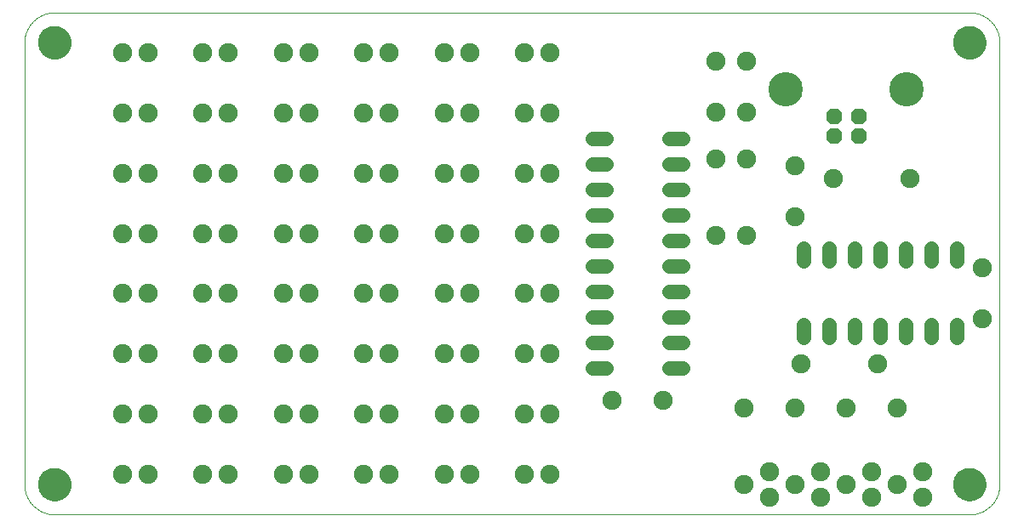
<source format=gbs>
G75*
%MOIN*%
%OFA0B0*%
%FSLAX25Y25*%
%IPPOS*%
%LPD*%
%AMOC8*
5,1,8,0,0,1.08239X$1,22.5*
%
%ADD10C,0.00000*%
%ADD11C,0.12998*%
%ADD12C,0.07487*%
%ADD13C,0.05600*%
%ADD14OC8,0.06140*%
%ADD15C,0.13455*%
D10*
X0016354Y0004543D02*
X0374622Y0004543D01*
X0368323Y0016354D02*
X0368325Y0016512D01*
X0368331Y0016670D01*
X0368341Y0016828D01*
X0368355Y0016986D01*
X0368373Y0017143D01*
X0368394Y0017300D01*
X0368420Y0017456D01*
X0368450Y0017612D01*
X0368483Y0017767D01*
X0368521Y0017920D01*
X0368562Y0018073D01*
X0368607Y0018225D01*
X0368656Y0018376D01*
X0368709Y0018525D01*
X0368765Y0018673D01*
X0368825Y0018819D01*
X0368889Y0018964D01*
X0368957Y0019107D01*
X0369028Y0019249D01*
X0369102Y0019389D01*
X0369180Y0019526D01*
X0369262Y0019662D01*
X0369346Y0019796D01*
X0369435Y0019927D01*
X0369526Y0020056D01*
X0369621Y0020183D01*
X0369718Y0020308D01*
X0369819Y0020430D01*
X0369923Y0020549D01*
X0370030Y0020666D01*
X0370140Y0020780D01*
X0370253Y0020891D01*
X0370368Y0021000D01*
X0370486Y0021105D01*
X0370607Y0021207D01*
X0370730Y0021307D01*
X0370856Y0021403D01*
X0370984Y0021496D01*
X0371114Y0021586D01*
X0371247Y0021672D01*
X0371382Y0021756D01*
X0371518Y0021835D01*
X0371657Y0021912D01*
X0371798Y0021984D01*
X0371940Y0022054D01*
X0372084Y0022119D01*
X0372230Y0022181D01*
X0372377Y0022239D01*
X0372526Y0022294D01*
X0372676Y0022345D01*
X0372827Y0022392D01*
X0372979Y0022435D01*
X0373132Y0022474D01*
X0373287Y0022510D01*
X0373442Y0022541D01*
X0373598Y0022569D01*
X0373754Y0022593D01*
X0373911Y0022613D01*
X0374069Y0022629D01*
X0374226Y0022641D01*
X0374385Y0022649D01*
X0374543Y0022653D01*
X0374701Y0022653D01*
X0374859Y0022649D01*
X0375018Y0022641D01*
X0375175Y0022629D01*
X0375333Y0022613D01*
X0375490Y0022593D01*
X0375646Y0022569D01*
X0375802Y0022541D01*
X0375957Y0022510D01*
X0376112Y0022474D01*
X0376265Y0022435D01*
X0376417Y0022392D01*
X0376568Y0022345D01*
X0376718Y0022294D01*
X0376867Y0022239D01*
X0377014Y0022181D01*
X0377160Y0022119D01*
X0377304Y0022054D01*
X0377446Y0021984D01*
X0377587Y0021912D01*
X0377726Y0021835D01*
X0377862Y0021756D01*
X0377997Y0021672D01*
X0378130Y0021586D01*
X0378260Y0021496D01*
X0378388Y0021403D01*
X0378514Y0021307D01*
X0378637Y0021207D01*
X0378758Y0021105D01*
X0378876Y0021000D01*
X0378991Y0020891D01*
X0379104Y0020780D01*
X0379214Y0020666D01*
X0379321Y0020549D01*
X0379425Y0020430D01*
X0379526Y0020308D01*
X0379623Y0020183D01*
X0379718Y0020056D01*
X0379809Y0019927D01*
X0379898Y0019796D01*
X0379982Y0019662D01*
X0380064Y0019526D01*
X0380142Y0019389D01*
X0380216Y0019249D01*
X0380287Y0019107D01*
X0380355Y0018964D01*
X0380419Y0018819D01*
X0380479Y0018673D01*
X0380535Y0018525D01*
X0380588Y0018376D01*
X0380637Y0018225D01*
X0380682Y0018073D01*
X0380723Y0017920D01*
X0380761Y0017767D01*
X0380794Y0017612D01*
X0380824Y0017456D01*
X0380850Y0017300D01*
X0380871Y0017143D01*
X0380889Y0016986D01*
X0380903Y0016828D01*
X0380913Y0016670D01*
X0380919Y0016512D01*
X0380921Y0016354D01*
X0380919Y0016196D01*
X0380913Y0016038D01*
X0380903Y0015880D01*
X0380889Y0015722D01*
X0380871Y0015565D01*
X0380850Y0015408D01*
X0380824Y0015252D01*
X0380794Y0015096D01*
X0380761Y0014941D01*
X0380723Y0014788D01*
X0380682Y0014635D01*
X0380637Y0014483D01*
X0380588Y0014332D01*
X0380535Y0014183D01*
X0380479Y0014035D01*
X0380419Y0013889D01*
X0380355Y0013744D01*
X0380287Y0013601D01*
X0380216Y0013459D01*
X0380142Y0013319D01*
X0380064Y0013182D01*
X0379982Y0013046D01*
X0379898Y0012912D01*
X0379809Y0012781D01*
X0379718Y0012652D01*
X0379623Y0012525D01*
X0379526Y0012400D01*
X0379425Y0012278D01*
X0379321Y0012159D01*
X0379214Y0012042D01*
X0379104Y0011928D01*
X0378991Y0011817D01*
X0378876Y0011708D01*
X0378758Y0011603D01*
X0378637Y0011501D01*
X0378514Y0011401D01*
X0378388Y0011305D01*
X0378260Y0011212D01*
X0378130Y0011122D01*
X0377997Y0011036D01*
X0377862Y0010952D01*
X0377726Y0010873D01*
X0377587Y0010796D01*
X0377446Y0010724D01*
X0377304Y0010654D01*
X0377160Y0010589D01*
X0377014Y0010527D01*
X0376867Y0010469D01*
X0376718Y0010414D01*
X0376568Y0010363D01*
X0376417Y0010316D01*
X0376265Y0010273D01*
X0376112Y0010234D01*
X0375957Y0010198D01*
X0375802Y0010167D01*
X0375646Y0010139D01*
X0375490Y0010115D01*
X0375333Y0010095D01*
X0375175Y0010079D01*
X0375018Y0010067D01*
X0374859Y0010059D01*
X0374701Y0010055D01*
X0374543Y0010055D01*
X0374385Y0010059D01*
X0374226Y0010067D01*
X0374069Y0010079D01*
X0373911Y0010095D01*
X0373754Y0010115D01*
X0373598Y0010139D01*
X0373442Y0010167D01*
X0373287Y0010198D01*
X0373132Y0010234D01*
X0372979Y0010273D01*
X0372827Y0010316D01*
X0372676Y0010363D01*
X0372526Y0010414D01*
X0372377Y0010469D01*
X0372230Y0010527D01*
X0372084Y0010589D01*
X0371940Y0010654D01*
X0371798Y0010724D01*
X0371657Y0010796D01*
X0371518Y0010873D01*
X0371382Y0010952D01*
X0371247Y0011036D01*
X0371114Y0011122D01*
X0370984Y0011212D01*
X0370856Y0011305D01*
X0370730Y0011401D01*
X0370607Y0011501D01*
X0370486Y0011603D01*
X0370368Y0011708D01*
X0370253Y0011817D01*
X0370140Y0011928D01*
X0370030Y0012042D01*
X0369923Y0012159D01*
X0369819Y0012278D01*
X0369718Y0012400D01*
X0369621Y0012525D01*
X0369526Y0012652D01*
X0369435Y0012781D01*
X0369346Y0012912D01*
X0369262Y0013046D01*
X0369180Y0013182D01*
X0369102Y0013319D01*
X0369028Y0013459D01*
X0368957Y0013601D01*
X0368889Y0013744D01*
X0368825Y0013889D01*
X0368765Y0014035D01*
X0368709Y0014183D01*
X0368656Y0014332D01*
X0368607Y0014483D01*
X0368562Y0014635D01*
X0368521Y0014788D01*
X0368483Y0014941D01*
X0368450Y0015096D01*
X0368420Y0015252D01*
X0368394Y0015408D01*
X0368373Y0015565D01*
X0368355Y0015722D01*
X0368341Y0015880D01*
X0368331Y0016038D01*
X0368325Y0016196D01*
X0368323Y0016354D01*
X0374622Y0004543D02*
X0374907Y0004546D01*
X0375193Y0004557D01*
X0375478Y0004574D01*
X0375762Y0004598D01*
X0376046Y0004629D01*
X0376329Y0004667D01*
X0376610Y0004712D01*
X0376891Y0004763D01*
X0377171Y0004821D01*
X0377449Y0004886D01*
X0377725Y0004958D01*
X0377999Y0005036D01*
X0378272Y0005121D01*
X0378542Y0005213D01*
X0378810Y0005311D01*
X0379076Y0005415D01*
X0379339Y0005526D01*
X0379599Y0005643D01*
X0379857Y0005766D01*
X0380111Y0005896D01*
X0380362Y0006032D01*
X0380610Y0006173D01*
X0380854Y0006321D01*
X0381095Y0006474D01*
X0381331Y0006634D01*
X0381564Y0006799D01*
X0381793Y0006969D01*
X0382018Y0007145D01*
X0382238Y0007327D01*
X0382454Y0007513D01*
X0382665Y0007705D01*
X0382872Y0007902D01*
X0383074Y0008104D01*
X0383271Y0008311D01*
X0383463Y0008522D01*
X0383649Y0008738D01*
X0383831Y0008958D01*
X0384007Y0009183D01*
X0384177Y0009412D01*
X0384342Y0009645D01*
X0384502Y0009881D01*
X0384655Y0010122D01*
X0384803Y0010366D01*
X0384944Y0010614D01*
X0385080Y0010865D01*
X0385210Y0011119D01*
X0385333Y0011377D01*
X0385450Y0011637D01*
X0385561Y0011900D01*
X0385665Y0012166D01*
X0385763Y0012434D01*
X0385855Y0012704D01*
X0385940Y0012977D01*
X0386018Y0013251D01*
X0386090Y0013527D01*
X0386155Y0013805D01*
X0386213Y0014085D01*
X0386264Y0014366D01*
X0386309Y0014647D01*
X0386347Y0014930D01*
X0386378Y0015214D01*
X0386402Y0015498D01*
X0386419Y0015783D01*
X0386430Y0016069D01*
X0386433Y0016354D01*
X0386433Y0189583D01*
X0368323Y0189583D02*
X0368325Y0189741D01*
X0368331Y0189899D01*
X0368341Y0190057D01*
X0368355Y0190215D01*
X0368373Y0190372D01*
X0368394Y0190529D01*
X0368420Y0190685D01*
X0368450Y0190841D01*
X0368483Y0190996D01*
X0368521Y0191149D01*
X0368562Y0191302D01*
X0368607Y0191454D01*
X0368656Y0191605D01*
X0368709Y0191754D01*
X0368765Y0191902D01*
X0368825Y0192048D01*
X0368889Y0192193D01*
X0368957Y0192336D01*
X0369028Y0192478D01*
X0369102Y0192618D01*
X0369180Y0192755D01*
X0369262Y0192891D01*
X0369346Y0193025D01*
X0369435Y0193156D01*
X0369526Y0193285D01*
X0369621Y0193412D01*
X0369718Y0193537D01*
X0369819Y0193659D01*
X0369923Y0193778D01*
X0370030Y0193895D01*
X0370140Y0194009D01*
X0370253Y0194120D01*
X0370368Y0194229D01*
X0370486Y0194334D01*
X0370607Y0194436D01*
X0370730Y0194536D01*
X0370856Y0194632D01*
X0370984Y0194725D01*
X0371114Y0194815D01*
X0371247Y0194901D01*
X0371382Y0194985D01*
X0371518Y0195064D01*
X0371657Y0195141D01*
X0371798Y0195213D01*
X0371940Y0195283D01*
X0372084Y0195348D01*
X0372230Y0195410D01*
X0372377Y0195468D01*
X0372526Y0195523D01*
X0372676Y0195574D01*
X0372827Y0195621D01*
X0372979Y0195664D01*
X0373132Y0195703D01*
X0373287Y0195739D01*
X0373442Y0195770D01*
X0373598Y0195798D01*
X0373754Y0195822D01*
X0373911Y0195842D01*
X0374069Y0195858D01*
X0374226Y0195870D01*
X0374385Y0195878D01*
X0374543Y0195882D01*
X0374701Y0195882D01*
X0374859Y0195878D01*
X0375018Y0195870D01*
X0375175Y0195858D01*
X0375333Y0195842D01*
X0375490Y0195822D01*
X0375646Y0195798D01*
X0375802Y0195770D01*
X0375957Y0195739D01*
X0376112Y0195703D01*
X0376265Y0195664D01*
X0376417Y0195621D01*
X0376568Y0195574D01*
X0376718Y0195523D01*
X0376867Y0195468D01*
X0377014Y0195410D01*
X0377160Y0195348D01*
X0377304Y0195283D01*
X0377446Y0195213D01*
X0377587Y0195141D01*
X0377726Y0195064D01*
X0377862Y0194985D01*
X0377997Y0194901D01*
X0378130Y0194815D01*
X0378260Y0194725D01*
X0378388Y0194632D01*
X0378514Y0194536D01*
X0378637Y0194436D01*
X0378758Y0194334D01*
X0378876Y0194229D01*
X0378991Y0194120D01*
X0379104Y0194009D01*
X0379214Y0193895D01*
X0379321Y0193778D01*
X0379425Y0193659D01*
X0379526Y0193537D01*
X0379623Y0193412D01*
X0379718Y0193285D01*
X0379809Y0193156D01*
X0379898Y0193025D01*
X0379982Y0192891D01*
X0380064Y0192755D01*
X0380142Y0192618D01*
X0380216Y0192478D01*
X0380287Y0192336D01*
X0380355Y0192193D01*
X0380419Y0192048D01*
X0380479Y0191902D01*
X0380535Y0191754D01*
X0380588Y0191605D01*
X0380637Y0191454D01*
X0380682Y0191302D01*
X0380723Y0191149D01*
X0380761Y0190996D01*
X0380794Y0190841D01*
X0380824Y0190685D01*
X0380850Y0190529D01*
X0380871Y0190372D01*
X0380889Y0190215D01*
X0380903Y0190057D01*
X0380913Y0189899D01*
X0380919Y0189741D01*
X0380921Y0189583D01*
X0380919Y0189425D01*
X0380913Y0189267D01*
X0380903Y0189109D01*
X0380889Y0188951D01*
X0380871Y0188794D01*
X0380850Y0188637D01*
X0380824Y0188481D01*
X0380794Y0188325D01*
X0380761Y0188170D01*
X0380723Y0188017D01*
X0380682Y0187864D01*
X0380637Y0187712D01*
X0380588Y0187561D01*
X0380535Y0187412D01*
X0380479Y0187264D01*
X0380419Y0187118D01*
X0380355Y0186973D01*
X0380287Y0186830D01*
X0380216Y0186688D01*
X0380142Y0186548D01*
X0380064Y0186411D01*
X0379982Y0186275D01*
X0379898Y0186141D01*
X0379809Y0186010D01*
X0379718Y0185881D01*
X0379623Y0185754D01*
X0379526Y0185629D01*
X0379425Y0185507D01*
X0379321Y0185388D01*
X0379214Y0185271D01*
X0379104Y0185157D01*
X0378991Y0185046D01*
X0378876Y0184937D01*
X0378758Y0184832D01*
X0378637Y0184730D01*
X0378514Y0184630D01*
X0378388Y0184534D01*
X0378260Y0184441D01*
X0378130Y0184351D01*
X0377997Y0184265D01*
X0377862Y0184181D01*
X0377726Y0184102D01*
X0377587Y0184025D01*
X0377446Y0183953D01*
X0377304Y0183883D01*
X0377160Y0183818D01*
X0377014Y0183756D01*
X0376867Y0183698D01*
X0376718Y0183643D01*
X0376568Y0183592D01*
X0376417Y0183545D01*
X0376265Y0183502D01*
X0376112Y0183463D01*
X0375957Y0183427D01*
X0375802Y0183396D01*
X0375646Y0183368D01*
X0375490Y0183344D01*
X0375333Y0183324D01*
X0375175Y0183308D01*
X0375018Y0183296D01*
X0374859Y0183288D01*
X0374701Y0183284D01*
X0374543Y0183284D01*
X0374385Y0183288D01*
X0374226Y0183296D01*
X0374069Y0183308D01*
X0373911Y0183324D01*
X0373754Y0183344D01*
X0373598Y0183368D01*
X0373442Y0183396D01*
X0373287Y0183427D01*
X0373132Y0183463D01*
X0372979Y0183502D01*
X0372827Y0183545D01*
X0372676Y0183592D01*
X0372526Y0183643D01*
X0372377Y0183698D01*
X0372230Y0183756D01*
X0372084Y0183818D01*
X0371940Y0183883D01*
X0371798Y0183953D01*
X0371657Y0184025D01*
X0371518Y0184102D01*
X0371382Y0184181D01*
X0371247Y0184265D01*
X0371114Y0184351D01*
X0370984Y0184441D01*
X0370856Y0184534D01*
X0370730Y0184630D01*
X0370607Y0184730D01*
X0370486Y0184832D01*
X0370368Y0184937D01*
X0370253Y0185046D01*
X0370140Y0185157D01*
X0370030Y0185271D01*
X0369923Y0185388D01*
X0369819Y0185507D01*
X0369718Y0185629D01*
X0369621Y0185754D01*
X0369526Y0185881D01*
X0369435Y0186010D01*
X0369346Y0186141D01*
X0369262Y0186275D01*
X0369180Y0186411D01*
X0369102Y0186548D01*
X0369028Y0186688D01*
X0368957Y0186830D01*
X0368889Y0186973D01*
X0368825Y0187118D01*
X0368765Y0187264D01*
X0368709Y0187412D01*
X0368656Y0187561D01*
X0368607Y0187712D01*
X0368562Y0187864D01*
X0368521Y0188017D01*
X0368483Y0188170D01*
X0368450Y0188325D01*
X0368420Y0188481D01*
X0368394Y0188637D01*
X0368373Y0188794D01*
X0368355Y0188951D01*
X0368341Y0189109D01*
X0368331Y0189267D01*
X0368325Y0189425D01*
X0368323Y0189583D01*
X0374622Y0201394D02*
X0374907Y0201391D01*
X0375193Y0201380D01*
X0375478Y0201363D01*
X0375762Y0201339D01*
X0376046Y0201308D01*
X0376329Y0201270D01*
X0376610Y0201225D01*
X0376891Y0201174D01*
X0377171Y0201116D01*
X0377449Y0201051D01*
X0377725Y0200979D01*
X0377999Y0200901D01*
X0378272Y0200816D01*
X0378542Y0200724D01*
X0378810Y0200626D01*
X0379076Y0200522D01*
X0379339Y0200411D01*
X0379599Y0200294D01*
X0379857Y0200171D01*
X0380111Y0200041D01*
X0380362Y0199905D01*
X0380610Y0199764D01*
X0380854Y0199616D01*
X0381095Y0199463D01*
X0381331Y0199303D01*
X0381564Y0199138D01*
X0381793Y0198968D01*
X0382018Y0198792D01*
X0382238Y0198610D01*
X0382454Y0198424D01*
X0382665Y0198232D01*
X0382872Y0198035D01*
X0383074Y0197833D01*
X0383271Y0197626D01*
X0383463Y0197415D01*
X0383649Y0197199D01*
X0383831Y0196979D01*
X0384007Y0196754D01*
X0384177Y0196525D01*
X0384342Y0196292D01*
X0384502Y0196056D01*
X0384655Y0195815D01*
X0384803Y0195571D01*
X0384944Y0195323D01*
X0385080Y0195072D01*
X0385210Y0194818D01*
X0385333Y0194560D01*
X0385450Y0194300D01*
X0385561Y0194037D01*
X0385665Y0193771D01*
X0385763Y0193503D01*
X0385855Y0193233D01*
X0385940Y0192960D01*
X0386018Y0192686D01*
X0386090Y0192410D01*
X0386155Y0192132D01*
X0386213Y0191852D01*
X0386264Y0191571D01*
X0386309Y0191290D01*
X0386347Y0191007D01*
X0386378Y0190723D01*
X0386402Y0190439D01*
X0386419Y0190154D01*
X0386430Y0189868D01*
X0386433Y0189583D01*
X0374622Y0201394D02*
X0016354Y0201394D01*
X0010055Y0189583D02*
X0010057Y0189741D01*
X0010063Y0189899D01*
X0010073Y0190057D01*
X0010087Y0190215D01*
X0010105Y0190372D01*
X0010126Y0190529D01*
X0010152Y0190685D01*
X0010182Y0190841D01*
X0010215Y0190996D01*
X0010253Y0191149D01*
X0010294Y0191302D01*
X0010339Y0191454D01*
X0010388Y0191605D01*
X0010441Y0191754D01*
X0010497Y0191902D01*
X0010557Y0192048D01*
X0010621Y0192193D01*
X0010689Y0192336D01*
X0010760Y0192478D01*
X0010834Y0192618D01*
X0010912Y0192755D01*
X0010994Y0192891D01*
X0011078Y0193025D01*
X0011167Y0193156D01*
X0011258Y0193285D01*
X0011353Y0193412D01*
X0011450Y0193537D01*
X0011551Y0193659D01*
X0011655Y0193778D01*
X0011762Y0193895D01*
X0011872Y0194009D01*
X0011985Y0194120D01*
X0012100Y0194229D01*
X0012218Y0194334D01*
X0012339Y0194436D01*
X0012462Y0194536D01*
X0012588Y0194632D01*
X0012716Y0194725D01*
X0012846Y0194815D01*
X0012979Y0194901D01*
X0013114Y0194985D01*
X0013250Y0195064D01*
X0013389Y0195141D01*
X0013530Y0195213D01*
X0013672Y0195283D01*
X0013816Y0195348D01*
X0013962Y0195410D01*
X0014109Y0195468D01*
X0014258Y0195523D01*
X0014408Y0195574D01*
X0014559Y0195621D01*
X0014711Y0195664D01*
X0014864Y0195703D01*
X0015019Y0195739D01*
X0015174Y0195770D01*
X0015330Y0195798D01*
X0015486Y0195822D01*
X0015643Y0195842D01*
X0015801Y0195858D01*
X0015958Y0195870D01*
X0016117Y0195878D01*
X0016275Y0195882D01*
X0016433Y0195882D01*
X0016591Y0195878D01*
X0016750Y0195870D01*
X0016907Y0195858D01*
X0017065Y0195842D01*
X0017222Y0195822D01*
X0017378Y0195798D01*
X0017534Y0195770D01*
X0017689Y0195739D01*
X0017844Y0195703D01*
X0017997Y0195664D01*
X0018149Y0195621D01*
X0018300Y0195574D01*
X0018450Y0195523D01*
X0018599Y0195468D01*
X0018746Y0195410D01*
X0018892Y0195348D01*
X0019036Y0195283D01*
X0019178Y0195213D01*
X0019319Y0195141D01*
X0019458Y0195064D01*
X0019594Y0194985D01*
X0019729Y0194901D01*
X0019862Y0194815D01*
X0019992Y0194725D01*
X0020120Y0194632D01*
X0020246Y0194536D01*
X0020369Y0194436D01*
X0020490Y0194334D01*
X0020608Y0194229D01*
X0020723Y0194120D01*
X0020836Y0194009D01*
X0020946Y0193895D01*
X0021053Y0193778D01*
X0021157Y0193659D01*
X0021258Y0193537D01*
X0021355Y0193412D01*
X0021450Y0193285D01*
X0021541Y0193156D01*
X0021630Y0193025D01*
X0021714Y0192891D01*
X0021796Y0192755D01*
X0021874Y0192618D01*
X0021948Y0192478D01*
X0022019Y0192336D01*
X0022087Y0192193D01*
X0022151Y0192048D01*
X0022211Y0191902D01*
X0022267Y0191754D01*
X0022320Y0191605D01*
X0022369Y0191454D01*
X0022414Y0191302D01*
X0022455Y0191149D01*
X0022493Y0190996D01*
X0022526Y0190841D01*
X0022556Y0190685D01*
X0022582Y0190529D01*
X0022603Y0190372D01*
X0022621Y0190215D01*
X0022635Y0190057D01*
X0022645Y0189899D01*
X0022651Y0189741D01*
X0022653Y0189583D01*
X0022651Y0189425D01*
X0022645Y0189267D01*
X0022635Y0189109D01*
X0022621Y0188951D01*
X0022603Y0188794D01*
X0022582Y0188637D01*
X0022556Y0188481D01*
X0022526Y0188325D01*
X0022493Y0188170D01*
X0022455Y0188017D01*
X0022414Y0187864D01*
X0022369Y0187712D01*
X0022320Y0187561D01*
X0022267Y0187412D01*
X0022211Y0187264D01*
X0022151Y0187118D01*
X0022087Y0186973D01*
X0022019Y0186830D01*
X0021948Y0186688D01*
X0021874Y0186548D01*
X0021796Y0186411D01*
X0021714Y0186275D01*
X0021630Y0186141D01*
X0021541Y0186010D01*
X0021450Y0185881D01*
X0021355Y0185754D01*
X0021258Y0185629D01*
X0021157Y0185507D01*
X0021053Y0185388D01*
X0020946Y0185271D01*
X0020836Y0185157D01*
X0020723Y0185046D01*
X0020608Y0184937D01*
X0020490Y0184832D01*
X0020369Y0184730D01*
X0020246Y0184630D01*
X0020120Y0184534D01*
X0019992Y0184441D01*
X0019862Y0184351D01*
X0019729Y0184265D01*
X0019594Y0184181D01*
X0019458Y0184102D01*
X0019319Y0184025D01*
X0019178Y0183953D01*
X0019036Y0183883D01*
X0018892Y0183818D01*
X0018746Y0183756D01*
X0018599Y0183698D01*
X0018450Y0183643D01*
X0018300Y0183592D01*
X0018149Y0183545D01*
X0017997Y0183502D01*
X0017844Y0183463D01*
X0017689Y0183427D01*
X0017534Y0183396D01*
X0017378Y0183368D01*
X0017222Y0183344D01*
X0017065Y0183324D01*
X0016907Y0183308D01*
X0016750Y0183296D01*
X0016591Y0183288D01*
X0016433Y0183284D01*
X0016275Y0183284D01*
X0016117Y0183288D01*
X0015958Y0183296D01*
X0015801Y0183308D01*
X0015643Y0183324D01*
X0015486Y0183344D01*
X0015330Y0183368D01*
X0015174Y0183396D01*
X0015019Y0183427D01*
X0014864Y0183463D01*
X0014711Y0183502D01*
X0014559Y0183545D01*
X0014408Y0183592D01*
X0014258Y0183643D01*
X0014109Y0183698D01*
X0013962Y0183756D01*
X0013816Y0183818D01*
X0013672Y0183883D01*
X0013530Y0183953D01*
X0013389Y0184025D01*
X0013250Y0184102D01*
X0013114Y0184181D01*
X0012979Y0184265D01*
X0012846Y0184351D01*
X0012716Y0184441D01*
X0012588Y0184534D01*
X0012462Y0184630D01*
X0012339Y0184730D01*
X0012218Y0184832D01*
X0012100Y0184937D01*
X0011985Y0185046D01*
X0011872Y0185157D01*
X0011762Y0185271D01*
X0011655Y0185388D01*
X0011551Y0185507D01*
X0011450Y0185629D01*
X0011353Y0185754D01*
X0011258Y0185881D01*
X0011167Y0186010D01*
X0011078Y0186141D01*
X0010994Y0186275D01*
X0010912Y0186411D01*
X0010834Y0186548D01*
X0010760Y0186688D01*
X0010689Y0186830D01*
X0010621Y0186973D01*
X0010557Y0187118D01*
X0010497Y0187264D01*
X0010441Y0187412D01*
X0010388Y0187561D01*
X0010339Y0187712D01*
X0010294Y0187864D01*
X0010253Y0188017D01*
X0010215Y0188170D01*
X0010182Y0188325D01*
X0010152Y0188481D01*
X0010126Y0188637D01*
X0010105Y0188794D01*
X0010087Y0188951D01*
X0010073Y0189109D01*
X0010063Y0189267D01*
X0010057Y0189425D01*
X0010055Y0189583D01*
X0004543Y0189583D02*
X0004543Y0016354D01*
X0010055Y0016354D02*
X0010057Y0016512D01*
X0010063Y0016670D01*
X0010073Y0016828D01*
X0010087Y0016986D01*
X0010105Y0017143D01*
X0010126Y0017300D01*
X0010152Y0017456D01*
X0010182Y0017612D01*
X0010215Y0017767D01*
X0010253Y0017920D01*
X0010294Y0018073D01*
X0010339Y0018225D01*
X0010388Y0018376D01*
X0010441Y0018525D01*
X0010497Y0018673D01*
X0010557Y0018819D01*
X0010621Y0018964D01*
X0010689Y0019107D01*
X0010760Y0019249D01*
X0010834Y0019389D01*
X0010912Y0019526D01*
X0010994Y0019662D01*
X0011078Y0019796D01*
X0011167Y0019927D01*
X0011258Y0020056D01*
X0011353Y0020183D01*
X0011450Y0020308D01*
X0011551Y0020430D01*
X0011655Y0020549D01*
X0011762Y0020666D01*
X0011872Y0020780D01*
X0011985Y0020891D01*
X0012100Y0021000D01*
X0012218Y0021105D01*
X0012339Y0021207D01*
X0012462Y0021307D01*
X0012588Y0021403D01*
X0012716Y0021496D01*
X0012846Y0021586D01*
X0012979Y0021672D01*
X0013114Y0021756D01*
X0013250Y0021835D01*
X0013389Y0021912D01*
X0013530Y0021984D01*
X0013672Y0022054D01*
X0013816Y0022119D01*
X0013962Y0022181D01*
X0014109Y0022239D01*
X0014258Y0022294D01*
X0014408Y0022345D01*
X0014559Y0022392D01*
X0014711Y0022435D01*
X0014864Y0022474D01*
X0015019Y0022510D01*
X0015174Y0022541D01*
X0015330Y0022569D01*
X0015486Y0022593D01*
X0015643Y0022613D01*
X0015801Y0022629D01*
X0015958Y0022641D01*
X0016117Y0022649D01*
X0016275Y0022653D01*
X0016433Y0022653D01*
X0016591Y0022649D01*
X0016750Y0022641D01*
X0016907Y0022629D01*
X0017065Y0022613D01*
X0017222Y0022593D01*
X0017378Y0022569D01*
X0017534Y0022541D01*
X0017689Y0022510D01*
X0017844Y0022474D01*
X0017997Y0022435D01*
X0018149Y0022392D01*
X0018300Y0022345D01*
X0018450Y0022294D01*
X0018599Y0022239D01*
X0018746Y0022181D01*
X0018892Y0022119D01*
X0019036Y0022054D01*
X0019178Y0021984D01*
X0019319Y0021912D01*
X0019458Y0021835D01*
X0019594Y0021756D01*
X0019729Y0021672D01*
X0019862Y0021586D01*
X0019992Y0021496D01*
X0020120Y0021403D01*
X0020246Y0021307D01*
X0020369Y0021207D01*
X0020490Y0021105D01*
X0020608Y0021000D01*
X0020723Y0020891D01*
X0020836Y0020780D01*
X0020946Y0020666D01*
X0021053Y0020549D01*
X0021157Y0020430D01*
X0021258Y0020308D01*
X0021355Y0020183D01*
X0021450Y0020056D01*
X0021541Y0019927D01*
X0021630Y0019796D01*
X0021714Y0019662D01*
X0021796Y0019526D01*
X0021874Y0019389D01*
X0021948Y0019249D01*
X0022019Y0019107D01*
X0022087Y0018964D01*
X0022151Y0018819D01*
X0022211Y0018673D01*
X0022267Y0018525D01*
X0022320Y0018376D01*
X0022369Y0018225D01*
X0022414Y0018073D01*
X0022455Y0017920D01*
X0022493Y0017767D01*
X0022526Y0017612D01*
X0022556Y0017456D01*
X0022582Y0017300D01*
X0022603Y0017143D01*
X0022621Y0016986D01*
X0022635Y0016828D01*
X0022645Y0016670D01*
X0022651Y0016512D01*
X0022653Y0016354D01*
X0022651Y0016196D01*
X0022645Y0016038D01*
X0022635Y0015880D01*
X0022621Y0015722D01*
X0022603Y0015565D01*
X0022582Y0015408D01*
X0022556Y0015252D01*
X0022526Y0015096D01*
X0022493Y0014941D01*
X0022455Y0014788D01*
X0022414Y0014635D01*
X0022369Y0014483D01*
X0022320Y0014332D01*
X0022267Y0014183D01*
X0022211Y0014035D01*
X0022151Y0013889D01*
X0022087Y0013744D01*
X0022019Y0013601D01*
X0021948Y0013459D01*
X0021874Y0013319D01*
X0021796Y0013182D01*
X0021714Y0013046D01*
X0021630Y0012912D01*
X0021541Y0012781D01*
X0021450Y0012652D01*
X0021355Y0012525D01*
X0021258Y0012400D01*
X0021157Y0012278D01*
X0021053Y0012159D01*
X0020946Y0012042D01*
X0020836Y0011928D01*
X0020723Y0011817D01*
X0020608Y0011708D01*
X0020490Y0011603D01*
X0020369Y0011501D01*
X0020246Y0011401D01*
X0020120Y0011305D01*
X0019992Y0011212D01*
X0019862Y0011122D01*
X0019729Y0011036D01*
X0019594Y0010952D01*
X0019458Y0010873D01*
X0019319Y0010796D01*
X0019178Y0010724D01*
X0019036Y0010654D01*
X0018892Y0010589D01*
X0018746Y0010527D01*
X0018599Y0010469D01*
X0018450Y0010414D01*
X0018300Y0010363D01*
X0018149Y0010316D01*
X0017997Y0010273D01*
X0017844Y0010234D01*
X0017689Y0010198D01*
X0017534Y0010167D01*
X0017378Y0010139D01*
X0017222Y0010115D01*
X0017065Y0010095D01*
X0016907Y0010079D01*
X0016750Y0010067D01*
X0016591Y0010059D01*
X0016433Y0010055D01*
X0016275Y0010055D01*
X0016117Y0010059D01*
X0015958Y0010067D01*
X0015801Y0010079D01*
X0015643Y0010095D01*
X0015486Y0010115D01*
X0015330Y0010139D01*
X0015174Y0010167D01*
X0015019Y0010198D01*
X0014864Y0010234D01*
X0014711Y0010273D01*
X0014559Y0010316D01*
X0014408Y0010363D01*
X0014258Y0010414D01*
X0014109Y0010469D01*
X0013962Y0010527D01*
X0013816Y0010589D01*
X0013672Y0010654D01*
X0013530Y0010724D01*
X0013389Y0010796D01*
X0013250Y0010873D01*
X0013114Y0010952D01*
X0012979Y0011036D01*
X0012846Y0011122D01*
X0012716Y0011212D01*
X0012588Y0011305D01*
X0012462Y0011401D01*
X0012339Y0011501D01*
X0012218Y0011603D01*
X0012100Y0011708D01*
X0011985Y0011817D01*
X0011872Y0011928D01*
X0011762Y0012042D01*
X0011655Y0012159D01*
X0011551Y0012278D01*
X0011450Y0012400D01*
X0011353Y0012525D01*
X0011258Y0012652D01*
X0011167Y0012781D01*
X0011078Y0012912D01*
X0010994Y0013046D01*
X0010912Y0013182D01*
X0010834Y0013319D01*
X0010760Y0013459D01*
X0010689Y0013601D01*
X0010621Y0013744D01*
X0010557Y0013889D01*
X0010497Y0014035D01*
X0010441Y0014183D01*
X0010388Y0014332D01*
X0010339Y0014483D01*
X0010294Y0014635D01*
X0010253Y0014788D01*
X0010215Y0014941D01*
X0010182Y0015096D01*
X0010152Y0015252D01*
X0010126Y0015408D01*
X0010105Y0015565D01*
X0010087Y0015722D01*
X0010073Y0015880D01*
X0010063Y0016038D01*
X0010057Y0016196D01*
X0010055Y0016354D01*
X0004543Y0016354D02*
X0004546Y0016069D01*
X0004557Y0015783D01*
X0004574Y0015498D01*
X0004598Y0015214D01*
X0004629Y0014930D01*
X0004667Y0014647D01*
X0004712Y0014366D01*
X0004763Y0014085D01*
X0004821Y0013805D01*
X0004886Y0013527D01*
X0004958Y0013251D01*
X0005036Y0012977D01*
X0005121Y0012704D01*
X0005213Y0012434D01*
X0005311Y0012166D01*
X0005415Y0011900D01*
X0005526Y0011637D01*
X0005643Y0011377D01*
X0005766Y0011119D01*
X0005896Y0010865D01*
X0006032Y0010614D01*
X0006173Y0010366D01*
X0006321Y0010122D01*
X0006474Y0009881D01*
X0006634Y0009645D01*
X0006799Y0009412D01*
X0006969Y0009183D01*
X0007145Y0008958D01*
X0007327Y0008738D01*
X0007513Y0008522D01*
X0007705Y0008311D01*
X0007902Y0008104D01*
X0008104Y0007902D01*
X0008311Y0007705D01*
X0008522Y0007513D01*
X0008738Y0007327D01*
X0008958Y0007145D01*
X0009183Y0006969D01*
X0009412Y0006799D01*
X0009645Y0006634D01*
X0009881Y0006474D01*
X0010122Y0006321D01*
X0010366Y0006173D01*
X0010614Y0006032D01*
X0010865Y0005896D01*
X0011119Y0005766D01*
X0011377Y0005643D01*
X0011637Y0005526D01*
X0011900Y0005415D01*
X0012166Y0005311D01*
X0012434Y0005213D01*
X0012704Y0005121D01*
X0012977Y0005036D01*
X0013251Y0004958D01*
X0013527Y0004886D01*
X0013805Y0004821D01*
X0014085Y0004763D01*
X0014366Y0004712D01*
X0014647Y0004667D01*
X0014930Y0004629D01*
X0015214Y0004598D01*
X0015498Y0004574D01*
X0015783Y0004557D01*
X0016069Y0004546D01*
X0016354Y0004543D01*
X0004543Y0189583D02*
X0004546Y0189868D01*
X0004557Y0190154D01*
X0004574Y0190439D01*
X0004598Y0190723D01*
X0004629Y0191007D01*
X0004667Y0191290D01*
X0004712Y0191571D01*
X0004763Y0191852D01*
X0004821Y0192132D01*
X0004886Y0192410D01*
X0004958Y0192686D01*
X0005036Y0192960D01*
X0005121Y0193233D01*
X0005213Y0193503D01*
X0005311Y0193771D01*
X0005415Y0194037D01*
X0005526Y0194300D01*
X0005643Y0194560D01*
X0005766Y0194818D01*
X0005896Y0195072D01*
X0006032Y0195323D01*
X0006173Y0195571D01*
X0006321Y0195815D01*
X0006474Y0196056D01*
X0006634Y0196292D01*
X0006799Y0196525D01*
X0006969Y0196754D01*
X0007145Y0196979D01*
X0007327Y0197199D01*
X0007513Y0197415D01*
X0007705Y0197626D01*
X0007902Y0197833D01*
X0008104Y0198035D01*
X0008311Y0198232D01*
X0008522Y0198424D01*
X0008738Y0198610D01*
X0008958Y0198792D01*
X0009183Y0198968D01*
X0009412Y0199138D01*
X0009645Y0199303D01*
X0009881Y0199463D01*
X0010122Y0199616D01*
X0010366Y0199764D01*
X0010614Y0199905D01*
X0010865Y0200041D01*
X0011119Y0200171D01*
X0011377Y0200294D01*
X0011637Y0200411D01*
X0011900Y0200522D01*
X0012166Y0200626D01*
X0012434Y0200724D01*
X0012704Y0200816D01*
X0012977Y0200901D01*
X0013251Y0200979D01*
X0013527Y0201051D01*
X0013805Y0201116D01*
X0014085Y0201174D01*
X0014366Y0201225D01*
X0014647Y0201270D01*
X0014930Y0201308D01*
X0015214Y0201339D01*
X0015498Y0201363D01*
X0015783Y0201380D01*
X0016069Y0201391D01*
X0016354Y0201394D01*
D11*
X0016354Y0189583D03*
X0016354Y0016354D03*
X0374622Y0016354D03*
X0374622Y0189583D03*
D12*
X0306433Y0141394D03*
X0321433Y0136394D03*
X0306433Y0121394D03*
X0287220Y0113953D03*
X0275409Y0113953D03*
X0275409Y0143953D03*
X0287220Y0143953D03*
X0287220Y0162260D03*
X0275409Y0162260D03*
X0275409Y0182260D03*
X0287220Y0182260D03*
X0351433Y0136394D03*
X0379583Y0101394D03*
X0379583Y0081394D03*
X0338795Y0063756D03*
X0346433Y0046394D03*
X0326433Y0046394D03*
X0306433Y0046394D03*
X0286433Y0046394D03*
X0308795Y0063756D03*
X0254701Y0049425D03*
X0234701Y0049425D03*
X0210331Y0043913D03*
X0200331Y0043913D03*
X0178835Y0043913D03*
X0168835Y0043913D03*
X0147339Y0043913D03*
X0137339Y0043913D03*
X0115843Y0043913D03*
X0105843Y0043913D03*
X0084346Y0043913D03*
X0074346Y0043913D03*
X0052850Y0043913D03*
X0042850Y0043913D03*
X0042850Y0020291D03*
X0052850Y0020291D03*
X0074346Y0020291D03*
X0084346Y0020291D03*
X0105843Y0020291D03*
X0115843Y0020291D03*
X0137339Y0020291D03*
X0147339Y0020291D03*
X0168835Y0020291D03*
X0178835Y0020291D03*
X0200331Y0020291D03*
X0210331Y0020291D03*
X0210331Y0067535D03*
X0200331Y0067535D03*
X0178835Y0067535D03*
X0168835Y0067535D03*
X0147339Y0067535D03*
X0137339Y0067535D03*
X0115843Y0067535D03*
X0105843Y0067535D03*
X0084346Y0067535D03*
X0074346Y0067535D03*
X0052850Y0067535D03*
X0042850Y0067535D03*
X0042850Y0091157D03*
X0052850Y0091157D03*
X0074346Y0091157D03*
X0084346Y0091157D03*
X0105843Y0091157D03*
X0115843Y0091157D03*
X0137339Y0091157D03*
X0147339Y0091157D03*
X0168835Y0091157D03*
X0178835Y0091157D03*
X0200331Y0091157D03*
X0210331Y0091157D03*
X0210331Y0114780D03*
X0200331Y0114780D03*
X0178835Y0114780D03*
X0168835Y0114780D03*
X0147339Y0114780D03*
X0137339Y0114780D03*
X0115843Y0114780D03*
X0105843Y0114780D03*
X0084346Y0114780D03*
X0074346Y0114780D03*
X0052850Y0114780D03*
X0042850Y0114780D03*
X0042850Y0138402D03*
X0052850Y0138402D03*
X0074346Y0138402D03*
X0084346Y0138402D03*
X0105843Y0138402D03*
X0115843Y0138402D03*
X0137339Y0138402D03*
X0147339Y0138402D03*
X0168835Y0138402D03*
X0178835Y0138402D03*
X0200331Y0138402D03*
X0210331Y0138402D03*
X0210331Y0162024D03*
X0200331Y0162024D03*
X0178835Y0162024D03*
X0168835Y0162024D03*
X0147339Y0162024D03*
X0137339Y0162024D03*
X0115843Y0162024D03*
X0105843Y0162024D03*
X0084346Y0162024D03*
X0074346Y0162024D03*
X0052850Y0162024D03*
X0042850Y0162024D03*
X0042850Y0185646D03*
X0052850Y0185646D03*
X0074346Y0185646D03*
X0084346Y0185646D03*
X0105843Y0185646D03*
X0115843Y0185646D03*
X0137339Y0185646D03*
X0147339Y0185646D03*
X0168835Y0185646D03*
X0178835Y0185646D03*
X0200331Y0185646D03*
X0210331Y0185646D03*
X0296433Y0021394D03*
X0286433Y0016394D03*
X0296433Y0011394D03*
X0306433Y0016394D03*
X0316433Y0021394D03*
X0326433Y0016394D03*
X0336433Y0021394D03*
X0346433Y0016394D03*
X0356433Y0021394D03*
X0356433Y0011394D03*
X0336433Y0011394D03*
X0316433Y0011394D03*
D13*
X0262301Y0061906D02*
X0257101Y0061906D01*
X0257101Y0071906D02*
X0262301Y0071906D01*
X0262301Y0081906D02*
X0257101Y0081906D01*
X0257101Y0091906D02*
X0262301Y0091906D01*
X0262301Y0101906D02*
X0257101Y0101906D01*
X0257101Y0111906D02*
X0262301Y0111906D01*
X0262301Y0121906D02*
X0257101Y0121906D01*
X0257101Y0131906D02*
X0262301Y0131906D01*
X0262301Y0141906D02*
X0257101Y0141906D01*
X0257101Y0151906D02*
X0262301Y0151906D01*
X0232301Y0151906D02*
X0227101Y0151906D01*
X0227101Y0141906D02*
X0232301Y0141906D01*
X0232301Y0131906D02*
X0227101Y0131906D01*
X0227101Y0121906D02*
X0232301Y0121906D01*
X0232301Y0111906D02*
X0227101Y0111906D01*
X0227101Y0101906D02*
X0232301Y0101906D01*
X0232301Y0091906D02*
X0227101Y0091906D01*
X0227101Y0081906D02*
X0232301Y0081906D01*
X0232301Y0071906D02*
X0227101Y0071906D01*
X0227101Y0061906D02*
X0232301Y0061906D01*
X0309583Y0073794D02*
X0309583Y0078994D01*
X0319583Y0078994D02*
X0319583Y0073794D01*
X0329583Y0073794D02*
X0329583Y0078994D01*
X0339583Y0078994D02*
X0339583Y0073794D01*
X0349583Y0073794D02*
X0349583Y0078994D01*
X0359583Y0078994D02*
X0359583Y0073794D01*
X0369583Y0073794D02*
X0369583Y0078994D01*
X0369583Y0103794D02*
X0369583Y0108994D01*
X0359583Y0108994D02*
X0359583Y0103794D01*
X0349583Y0103794D02*
X0349583Y0108994D01*
X0339583Y0108994D02*
X0339583Y0103794D01*
X0329583Y0103794D02*
X0329583Y0108994D01*
X0319583Y0108994D02*
X0319583Y0103794D01*
X0309583Y0103794D02*
X0309583Y0108994D01*
D14*
X0321512Y0152850D03*
X0321512Y0160724D03*
X0331354Y0160724D03*
X0331354Y0152850D03*
D15*
X0350134Y0171394D03*
X0302732Y0171394D03*
M02*

</source>
